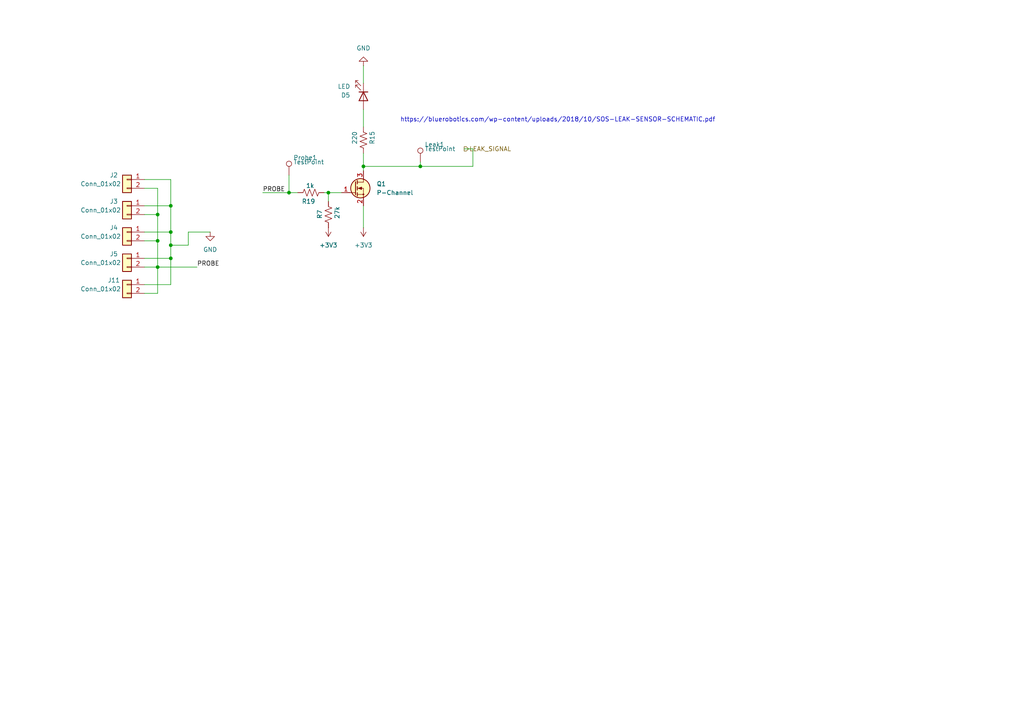
<source format=kicad_sch>
(kicad_sch
	(version 20250114)
	(generator "eeschema")
	(generator_version "9.0")
	(uuid "127822e7-fd70-4fb4-952a-2fa8fdde2438")
	(paper "A4")
	(lib_symbols
		(symbol "Connector:TestPoint"
			(pin_numbers
				(hide yes)
			)
			(pin_names
				(offset 0.762)
				(hide yes)
			)
			(exclude_from_sim no)
			(in_bom yes)
			(on_board yes)
			(property "Reference" "TP"
				(at 0 6.858 0)
				(effects
					(font
						(size 1.27 1.27)
					)
				)
			)
			(property "Value" "TestPoint"
				(at 0 5.08 0)
				(effects
					(font
						(size 1.27 1.27)
					)
				)
			)
			(property "Footprint" ""
				(at 5.08 0 0)
				(effects
					(font
						(size 1.27 1.27)
					)
					(hide yes)
				)
			)
			(property "Datasheet" "~"
				(at 5.08 0 0)
				(effects
					(font
						(size 1.27 1.27)
					)
					(hide yes)
				)
			)
			(property "Description" "test point"
				(at 0 0 0)
				(effects
					(font
						(size 1.27 1.27)
					)
					(hide yes)
				)
			)
			(property "ki_keywords" "test point tp"
				(at 0 0 0)
				(effects
					(font
						(size 1.27 1.27)
					)
					(hide yes)
				)
			)
			(property "ki_fp_filters" "Pin* Test*"
				(at 0 0 0)
				(effects
					(font
						(size 1.27 1.27)
					)
					(hide yes)
				)
			)
			(symbol "TestPoint_0_1"
				(circle
					(center 0 3.302)
					(radius 0.762)
					(stroke
						(width 0)
						(type default)
					)
					(fill
						(type none)
					)
				)
			)
			(symbol "TestPoint_1_1"
				(pin passive line
					(at 0 0 90)
					(length 2.54)
					(name "1"
						(effects
							(font
								(size 1.27 1.27)
							)
						)
					)
					(number "1"
						(effects
							(font
								(size 1.27 1.27)
							)
						)
					)
				)
			)
			(embedded_fonts no)
		)
		(symbol "Connector_Generic:Conn_01x02"
			(pin_names
				(offset 1.016)
				(hide yes)
			)
			(exclude_from_sim no)
			(in_bom yes)
			(on_board yes)
			(property "Reference" "J"
				(at 0 2.54 0)
				(effects
					(font
						(size 1.27 1.27)
					)
				)
			)
			(property "Value" "Conn_01x02"
				(at 0 -5.08 0)
				(effects
					(font
						(size 1.27 1.27)
					)
				)
			)
			(property "Footprint" ""
				(at 0 0 0)
				(effects
					(font
						(size 1.27 1.27)
					)
					(hide yes)
				)
			)
			(property "Datasheet" "~"
				(at 0 0 0)
				(effects
					(font
						(size 1.27 1.27)
					)
					(hide yes)
				)
			)
			(property "Description" "Generic connector, single row, 01x02, script generated (kicad-library-utils/schlib/autogen/connector/)"
				(at 0 0 0)
				(effects
					(font
						(size 1.27 1.27)
					)
					(hide yes)
				)
			)
			(property "ki_keywords" "connector"
				(at 0 0 0)
				(effects
					(font
						(size 1.27 1.27)
					)
					(hide yes)
				)
			)
			(property "ki_fp_filters" "Connector*:*_1x??_*"
				(at 0 0 0)
				(effects
					(font
						(size 1.27 1.27)
					)
					(hide yes)
				)
			)
			(symbol "Conn_01x02_1_1"
				(rectangle
					(start -1.27 1.27)
					(end 1.27 -3.81)
					(stroke
						(width 0.254)
						(type default)
					)
					(fill
						(type background)
					)
				)
				(rectangle
					(start -1.27 0.127)
					(end 0 -0.127)
					(stroke
						(width 0.1524)
						(type default)
					)
					(fill
						(type none)
					)
				)
				(rectangle
					(start -1.27 -2.413)
					(end 0 -2.667)
					(stroke
						(width 0.1524)
						(type default)
					)
					(fill
						(type none)
					)
				)
				(pin passive line
					(at -5.08 0 0)
					(length 3.81)
					(name "Pin_1"
						(effects
							(font
								(size 1.27 1.27)
							)
						)
					)
					(number "1"
						(effects
							(font
								(size 1.27 1.27)
							)
						)
					)
				)
				(pin passive line
					(at -5.08 -2.54 0)
					(length 3.81)
					(name "Pin_2"
						(effects
							(font
								(size 1.27 1.27)
							)
						)
					)
					(number "2"
						(effects
							(font
								(size 1.27 1.27)
							)
						)
					)
				)
			)
			(embedded_fonts no)
		)
		(symbol "Device:LED"
			(pin_numbers
				(hide yes)
			)
			(pin_names
				(offset 1.016)
				(hide yes)
			)
			(exclude_from_sim no)
			(in_bom yes)
			(on_board yes)
			(property "Reference" "D"
				(at 0 2.54 0)
				(effects
					(font
						(size 1.27 1.27)
					)
				)
			)
			(property "Value" "LED"
				(at 0 -2.54 0)
				(effects
					(font
						(size 1.27 1.27)
					)
				)
			)
			(property "Footprint" ""
				(at 0 0 0)
				(effects
					(font
						(size 1.27 1.27)
					)
					(hide yes)
				)
			)
			(property "Datasheet" "~"
				(at 0 0 0)
				(effects
					(font
						(size 1.27 1.27)
					)
					(hide yes)
				)
			)
			(property "Description" "Light emitting diode"
				(at 0 0 0)
				(effects
					(font
						(size 1.27 1.27)
					)
					(hide yes)
				)
			)
			(property "ki_keywords" "LED diode"
				(at 0 0 0)
				(effects
					(font
						(size 1.27 1.27)
					)
					(hide yes)
				)
			)
			(property "ki_fp_filters" "LED* LED_SMD:* LED_THT:*"
				(at 0 0 0)
				(effects
					(font
						(size 1.27 1.27)
					)
					(hide yes)
				)
			)
			(symbol "LED_0_1"
				(polyline
					(pts
						(xy -3.048 -0.762) (xy -4.572 -2.286) (xy -3.81 -2.286) (xy -4.572 -2.286) (xy -4.572 -1.524)
					)
					(stroke
						(width 0)
						(type default)
					)
					(fill
						(type none)
					)
				)
				(polyline
					(pts
						(xy -1.778 -0.762) (xy -3.302 -2.286) (xy -2.54 -2.286) (xy -3.302 -2.286) (xy -3.302 -1.524)
					)
					(stroke
						(width 0)
						(type default)
					)
					(fill
						(type none)
					)
				)
				(polyline
					(pts
						(xy -1.27 0) (xy 1.27 0)
					)
					(stroke
						(width 0)
						(type default)
					)
					(fill
						(type none)
					)
				)
				(polyline
					(pts
						(xy -1.27 -1.27) (xy -1.27 1.27)
					)
					(stroke
						(width 0.254)
						(type default)
					)
					(fill
						(type none)
					)
				)
				(polyline
					(pts
						(xy 1.27 -1.27) (xy 1.27 1.27) (xy -1.27 0) (xy 1.27 -1.27)
					)
					(stroke
						(width 0.254)
						(type default)
					)
					(fill
						(type none)
					)
				)
			)
			(symbol "LED_1_1"
				(pin passive line
					(at -3.81 0 0)
					(length 2.54)
					(name "K"
						(effects
							(font
								(size 1.27 1.27)
							)
						)
					)
					(number "1"
						(effects
							(font
								(size 1.27 1.27)
							)
						)
					)
				)
				(pin passive line
					(at 3.81 0 180)
					(length 2.54)
					(name "A"
						(effects
							(font
								(size 1.27 1.27)
							)
						)
					)
					(number "2"
						(effects
							(font
								(size 1.27 1.27)
							)
						)
					)
				)
			)
			(embedded_fonts no)
		)
		(symbol "Device:R_US"
			(pin_numbers
				(hide yes)
			)
			(pin_names
				(offset 0)
			)
			(exclude_from_sim no)
			(in_bom yes)
			(on_board yes)
			(property "Reference" "R"
				(at 2.54 0 90)
				(effects
					(font
						(size 1.27 1.27)
					)
				)
			)
			(property "Value" "R_US"
				(at -2.54 0 90)
				(effects
					(font
						(size 1.27 1.27)
					)
				)
			)
			(property "Footprint" ""
				(at 1.016 -0.254 90)
				(effects
					(font
						(size 1.27 1.27)
					)
					(hide yes)
				)
			)
			(property "Datasheet" "~"
				(at 0 0 0)
				(effects
					(font
						(size 1.27 1.27)
					)
					(hide yes)
				)
			)
			(property "Description" "Resistor, US symbol"
				(at 0 0 0)
				(effects
					(font
						(size 1.27 1.27)
					)
					(hide yes)
				)
			)
			(property "ki_keywords" "R res resistor"
				(at 0 0 0)
				(effects
					(font
						(size 1.27 1.27)
					)
					(hide yes)
				)
			)
			(property "ki_fp_filters" "R_*"
				(at 0 0 0)
				(effects
					(font
						(size 1.27 1.27)
					)
					(hide yes)
				)
			)
			(symbol "R_US_0_1"
				(polyline
					(pts
						(xy 0 2.286) (xy 0 2.54)
					)
					(stroke
						(width 0)
						(type default)
					)
					(fill
						(type none)
					)
				)
				(polyline
					(pts
						(xy 0 2.286) (xy 1.016 1.905) (xy 0 1.524) (xy -1.016 1.143) (xy 0 0.762)
					)
					(stroke
						(width 0)
						(type default)
					)
					(fill
						(type none)
					)
				)
				(polyline
					(pts
						(xy 0 0.762) (xy 1.016 0.381) (xy 0 0) (xy -1.016 -0.381) (xy 0 -0.762)
					)
					(stroke
						(width 0)
						(type default)
					)
					(fill
						(type none)
					)
				)
				(polyline
					(pts
						(xy 0 -0.762) (xy 1.016 -1.143) (xy 0 -1.524) (xy -1.016 -1.905) (xy 0 -2.286)
					)
					(stroke
						(width 0)
						(type default)
					)
					(fill
						(type none)
					)
				)
				(polyline
					(pts
						(xy 0 -2.286) (xy 0 -2.54)
					)
					(stroke
						(width 0)
						(type default)
					)
					(fill
						(type none)
					)
				)
			)
			(symbol "R_US_1_1"
				(pin passive line
					(at 0 3.81 270)
					(length 1.27)
					(name "~"
						(effects
							(font
								(size 1.27 1.27)
							)
						)
					)
					(number "1"
						(effects
							(font
								(size 1.27 1.27)
							)
						)
					)
				)
				(pin passive line
					(at 0 -3.81 90)
					(length 1.27)
					(name "~"
						(effects
							(font
								(size 1.27 1.27)
							)
						)
					)
					(number "2"
						(effects
							(font
								(size 1.27 1.27)
							)
						)
					)
				)
			)
			(embedded_fonts no)
		)
		(symbol "PCM_Transistor_MOSFET_AKL:2N7002H"
			(pin_names
				(hide yes)
			)
			(exclude_from_sim no)
			(in_bom yes)
			(on_board yes)
			(property "Reference" "Q"
				(at 5.08 1.27 0)
				(effects
					(font
						(size 1.27 1.27)
					)
					(justify left)
				)
			)
			(property "Value" "2N7002H"
				(at 5.08 -1.27 0)
				(effects
					(font
						(size 1.27 1.27)
					)
					(justify left)
				)
			)
			(property "Footprint" "PCM_Package_TO_SOT_SMD_AKL:SOT-23"
				(at 5.08 2.54 0)
				(effects
					(font
						(size 1.27 1.27)
					)
					(hide yes)
				)
			)
			(property "Datasheet" "https://www.tme.eu/Document/7a3fcf5b21e8aa609fe337da2560bbab/2N7002H.pdf"
				(at 0 0 0)
				(effects
					(font
						(size 1.27 1.27)
					)
					(hide yes)
				)
			)
			(property "Description" "SOT-23 N-MOSFET enchancement mode transistor, 60V, 210mA, 370mW, Alternate KiCAD Library"
				(at 0 0 0)
				(effects
					(font
						(size 1.27 1.27)
					)
					(hide yes)
				)
			)
			(property "ki_keywords" "enchancement mosfet nmosfet n-mosfet nmos n-mos emos emosfet 2N7002H"
				(at 0 0 0)
				(effects
					(font
						(size 1.27 1.27)
					)
					(hide yes)
				)
			)
			(symbol "2N7002H_0_1"
				(polyline
					(pts
						(xy 0.254 1.905) (xy 0.254 -1.905)
					)
					(stroke
						(width 0.254)
						(type default)
					)
					(fill
						(type none)
					)
				)
				(polyline
					(pts
						(xy 0.254 -1.27) (xy -2.54 -1.27)
					)
					(stroke
						(width 0)
						(type default)
					)
					(fill
						(type none)
					)
				)
				(polyline
					(pts
						(xy 0.762 2.286) (xy 0.762 1.27)
					)
					(stroke
						(width 0.254)
						(type default)
					)
					(fill
						(type none)
					)
				)
				(polyline
					(pts
						(xy 0.762 0.508) (xy 0.762 -0.508)
					)
					(stroke
						(width 0.254)
						(type default)
					)
					(fill
						(type none)
					)
				)
				(polyline
					(pts
						(xy 0.762 -1.27) (xy 0.762 -2.286)
					)
					(stroke
						(width 0.254)
						(type default)
					)
					(fill
						(type none)
					)
				)
				(polyline
					(pts
						(xy 0.762 -1.778) (xy 2.54 -1.778)
					)
					(stroke
						(width 0)
						(type default)
					)
					(fill
						(type none)
					)
				)
				(polyline
					(pts
						(xy 1.016 0) (xy 2.032 0.381) (xy 2.032 -0.381) (xy 1.016 0)
					)
					(stroke
						(width 0)
						(type default)
					)
					(fill
						(type outline)
					)
				)
				(circle
					(center 1.651 0)
					(radius 2.794)
					(stroke
						(width 0.254)
						(type default)
					)
					(fill
						(type background)
					)
				)
				(polyline
					(pts
						(xy 2.54 2.54) (xy 2.54 1.778)
					)
					(stroke
						(width 0)
						(type default)
					)
					(fill
						(type none)
					)
				)
				(polyline
					(pts
						(xy 2.54 1.778) (xy 0.762 1.778)
					)
					(stroke
						(width 0)
						(type default)
					)
					(fill
						(type none)
					)
				)
				(circle
					(center 2.54 -1.778)
					(radius 0.1778)
					(stroke
						(width 0)
						(type default)
					)
					(fill
						(type outline)
					)
				)
				(polyline
					(pts
						(xy 2.54 -2.54) (xy 2.54 0) (xy 0.762 0)
					)
					(stroke
						(width 0)
						(type default)
					)
					(fill
						(type none)
					)
				)
			)
			(symbol "2N7002H_1_1"
				(pin input line
					(at -3.81 -1.27 0)
					(length 2.54)
					(name "G"
						(effects
							(font
								(size 1.27 1.27)
							)
						)
					)
					(number "1"
						(effects
							(font
								(size 1.27 1.27)
							)
						)
					)
				)
				(pin passive line
					(at 2.54 5.08 270)
					(length 2.54)
					(name "D"
						(effects
							(font
								(size 1.27 1.27)
							)
						)
					)
					(number "3"
						(effects
							(font
								(size 1.27 1.27)
							)
						)
					)
				)
				(pin passive line
					(at 2.54 -5.08 90)
					(length 2.54)
					(name "S"
						(effects
							(font
								(size 1.27 1.27)
							)
						)
					)
					(number "2"
						(effects
							(font
								(size 1.27 1.27)
							)
						)
					)
				)
			)
			(embedded_fonts no)
		)
		(symbol "power:+3V3"
			(power)
			(pin_numbers
				(hide yes)
			)
			(pin_names
				(offset 0)
				(hide yes)
			)
			(exclude_from_sim no)
			(in_bom yes)
			(on_board yes)
			(property "Reference" "#PWR"
				(at 0 -3.81 0)
				(effects
					(font
						(size 1.27 1.27)
					)
					(hide yes)
				)
			)
			(property "Value" "+3V3"
				(at 0 3.556 0)
				(effects
					(font
						(size 1.27 1.27)
					)
				)
			)
			(property "Footprint" ""
				(at 0 0 0)
				(effects
					(font
						(size 1.27 1.27)
					)
					(hide yes)
				)
			)
			(property "Datasheet" ""
				(at 0 0 0)
				(effects
					(font
						(size 1.27 1.27)
					)
					(hide yes)
				)
			)
			(property "Description" "Power symbol creates a global label with name \"+3V3\""
				(at 0 0 0)
				(effects
					(font
						(size 1.27 1.27)
					)
					(hide yes)
				)
			)
			(property "ki_keywords" "global power"
				(at 0 0 0)
				(effects
					(font
						(size 1.27 1.27)
					)
					(hide yes)
				)
			)
			(symbol "+3V3_0_1"
				(polyline
					(pts
						(xy -0.762 1.27) (xy 0 2.54)
					)
					(stroke
						(width 0)
						(type default)
					)
					(fill
						(type none)
					)
				)
				(polyline
					(pts
						(xy 0 2.54) (xy 0.762 1.27)
					)
					(stroke
						(width 0)
						(type default)
					)
					(fill
						(type none)
					)
				)
				(polyline
					(pts
						(xy 0 0) (xy 0 2.54)
					)
					(stroke
						(width 0)
						(type default)
					)
					(fill
						(type none)
					)
				)
			)
			(symbol "+3V3_1_1"
				(pin power_in line
					(at 0 0 90)
					(length 0)
					(name "~"
						(effects
							(font
								(size 1.27 1.27)
							)
						)
					)
					(number "1"
						(effects
							(font
								(size 1.27 1.27)
							)
						)
					)
				)
			)
			(embedded_fonts no)
		)
		(symbol "power:GND"
			(power)
			(pin_numbers
				(hide yes)
			)
			(pin_names
				(offset 0)
				(hide yes)
			)
			(exclude_from_sim no)
			(in_bom yes)
			(on_board yes)
			(property "Reference" "#PWR"
				(at 0 -6.35 0)
				(effects
					(font
						(size 1.27 1.27)
					)
					(hide yes)
				)
			)
			(property "Value" "GND"
				(at 0 -3.81 0)
				(effects
					(font
						(size 1.27 1.27)
					)
				)
			)
			(property "Footprint" ""
				(at 0 0 0)
				(effects
					(font
						(size 1.27 1.27)
					)
					(hide yes)
				)
			)
			(property "Datasheet" ""
				(at 0 0 0)
				(effects
					(font
						(size 1.27 1.27)
					)
					(hide yes)
				)
			)
			(property "Description" "Power symbol creates a global label with name \"GND\" , ground"
				(at 0 0 0)
				(effects
					(font
						(size 1.27 1.27)
					)
					(hide yes)
				)
			)
			(property "ki_keywords" "global power"
				(at 0 0 0)
				(effects
					(font
						(size 1.27 1.27)
					)
					(hide yes)
				)
			)
			(symbol "GND_0_1"
				(polyline
					(pts
						(xy 0 0) (xy 0 -1.27) (xy 1.27 -1.27) (xy 0 -2.54) (xy -1.27 -1.27) (xy 0 -1.27)
					)
					(stroke
						(width 0)
						(type default)
					)
					(fill
						(type none)
					)
				)
			)
			(symbol "GND_1_1"
				(pin power_in line
					(at 0 0 270)
					(length 0)
					(name "~"
						(effects
							(font
								(size 1.27 1.27)
							)
						)
					)
					(number "1"
						(effects
							(font
								(size 1.27 1.27)
							)
						)
					)
				)
			)
			(embedded_fonts no)
		)
	)
	(text "https://bluerobotics.com/wp-content/uploads/2018/10/SOS-LEAK-SENSOR-SCHEMATIC.pdf"
		(exclude_from_sim no)
		(at 161.798 34.798 0)
		(effects
			(font
				(size 1.27 1.27)
			)
		)
		(uuid "3efec40d-6f98-41a1-bc1d-8e76ec505acc")
	)
	(junction
		(at 49.53 59.69)
		(diameter 0)
		(color 0 0 0 0)
		(uuid "253aaf8c-c3f7-41bd-8119-c00435d02b08")
	)
	(junction
		(at 105.41 48.26)
		(diameter 0)
		(color 0 0 0 0)
		(uuid "25a7d1c5-c356-4681-976d-6643996a8585")
	)
	(junction
		(at 83.82 55.88)
		(diameter 0)
		(color 0 0 0 0)
		(uuid "39c43bd9-98b8-4636-8d30-a1e2c821f391")
	)
	(junction
		(at 95.25 55.88)
		(diameter 0)
		(color 0 0 0 0)
		(uuid "4056b8a7-b4a8-4dea-a685-733a167bd076")
	)
	(junction
		(at 45.72 77.47)
		(diameter 0)
		(color 0 0 0 0)
		(uuid "6ae745da-80c6-4879-99f7-1b1927c61c9f")
	)
	(junction
		(at 45.72 69.85)
		(diameter 0)
		(color 0 0 0 0)
		(uuid "6cdd4b8a-b9ad-4e2a-a04e-18a63cdd8f45")
	)
	(junction
		(at 49.53 67.31)
		(diameter 0)
		(color 0 0 0 0)
		(uuid "6ff0f4cb-feca-411b-bee4-dc1b3a143177")
	)
	(junction
		(at 45.72 62.23)
		(diameter 0)
		(color 0 0 0 0)
		(uuid "8bbcf453-665d-40e8-a81e-e97f7b57527e")
	)
	(junction
		(at 49.53 74.93)
		(diameter 0)
		(color 0 0 0 0)
		(uuid "8e9340a4-ba4b-434b-97af-b43670ad79b2")
	)
	(junction
		(at 121.92 48.26)
		(diameter 0)
		(color 0 0 0 0)
		(uuid "9d3e46a0-4b9a-4ca2-a0d9-3fe8b12dc8e3")
	)
	(junction
		(at 49.53 71.12)
		(diameter 0)
		(color 0 0 0 0)
		(uuid "cf9a3d5a-31be-4516-97cb-43d17dd18c88")
	)
	(wire
		(pts
			(xy 41.91 54.61) (xy 45.72 54.61)
		)
		(stroke
			(width 0)
			(type default)
		)
		(uuid "01ee2008-653a-4df8-88ec-cf06f16651ea")
	)
	(wire
		(pts
			(xy 41.91 82.55) (xy 49.53 82.55)
		)
		(stroke
			(width 0)
			(type default)
		)
		(uuid "088a5a99-6419-4007-88c6-eb4c3032abcd")
	)
	(wire
		(pts
			(xy 41.91 69.85) (xy 45.72 69.85)
		)
		(stroke
			(width 0)
			(type default)
		)
		(uuid "1ceb874c-1800-4d6c-a12b-1c7e51897f46")
	)
	(wire
		(pts
			(xy 45.72 54.61) (xy 45.72 62.23)
		)
		(stroke
			(width 0)
			(type default)
		)
		(uuid "28b66683-6827-4999-b939-646a666f8fcd")
	)
	(wire
		(pts
			(xy 83.82 55.88) (xy 86.36 55.88)
		)
		(stroke
			(width 0)
			(type default)
		)
		(uuid "2b19e2ab-c8b9-4df9-aab7-1655940b7382")
	)
	(wire
		(pts
			(xy 49.53 82.55) (xy 49.53 74.93)
		)
		(stroke
			(width 0)
			(type default)
		)
		(uuid "2b605290-4df1-4af5-b05c-3b1f5a4cc744")
	)
	(wire
		(pts
			(xy 95.25 55.88) (xy 99.06 55.88)
		)
		(stroke
			(width 0)
			(type default)
		)
		(uuid "2e96c750-ae5e-4a16-829d-eed38981020c")
	)
	(wire
		(pts
			(xy 45.72 77.47) (xy 57.15 77.47)
		)
		(stroke
			(width 0)
			(type default)
		)
		(uuid "43d51cf7-e2ea-40d0-8779-a5d825cae443")
	)
	(wire
		(pts
			(xy 105.41 44.45) (xy 105.41 48.26)
		)
		(stroke
			(width 0)
			(type default)
		)
		(uuid "4c40d539-1e49-403b-852f-0ed284a497aa")
	)
	(wire
		(pts
			(xy 83.82 50.8) (xy 83.82 55.88)
		)
		(stroke
			(width 0)
			(type default)
		)
		(uuid "4cdc3f1d-3ae6-4c2d-aa97-5a7ff36f069e")
	)
	(wire
		(pts
			(xy 41.91 62.23) (xy 45.72 62.23)
		)
		(stroke
			(width 0)
			(type default)
		)
		(uuid "4ce6a01d-1df1-46e9-8246-894296ebc112")
	)
	(wire
		(pts
			(xy 49.53 67.31) (xy 49.53 71.12)
		)
		(stroke
			(width 0)
			(type default)
		)
		(uuid "4ddac269-35a1-44f9-bcdf-2f2671ba27a1")
	)
	(wire
		(pts
			(xy 93.98 55.88) (xy 95.25 55.88)
		)
		(stroke
			(width 0)
			(type default)
		)
		(uuid "5313374b-5afc-4e85-99aa-6b6b281570f3")
	)
	(wire
		(pts
			(xy 105.41 19.05) (xy 105.41 24.13)
		)
		(stroke
			(width 0)
			(type default)
		)
		(uuid "5332cd22-cb82-43cd-a996-fef2e7f00922")
	)
	(wire
		(pts
			(xy 49.53 52.07) (xy 49.53 59.69)
		)
		(stroke
			(width 0)
			(type default)
		)
		(uuid "57130cbf-6c75-4142-bdf5-10d6be67852b")
	)
	(wire
		(pts
			(xy 105.41 59.69) (xy 105.41 66.04)
		)
		(stroke
			(width 0)
			(type default)
		)
		(uuid "579136f7-01ac-460f-a021-578c3a1b50b8")
	)
	(wire
		(pts
			(xy 105.41 48.26) (xy 105.41 49.53)
		)
		(stroke
			(width 0)
			(type default)
		)
		(uuid "61cac598-14d4-46d9-a616-12c4ca65baf8")
	)
	(wire
		(pts
			(xy 49.53 59.69) (xy 49.53 67.31)
		)
		(stroke
			(width 0)
			(type default)
		)
		(uuid "62c33583-d8cd-4ba7-9a26-c91047db9a53")
	)
	(wire
		(pts
			(xy 45.72 69.85) (xy 45.72 77.47)
		)
		(stroke
			(width 0)
			(type default)
		)
		(uuid "69790f02-e28d-4d9c-bc95-ba1e9a2411b2")
	)
	(wire
		(pts
			(xy 76.2 55.88) (xy 83.82 55.88)
		)
		(stroke
			(width 0)
			(type default)
		)
		(uuid "6b3bda83-c9ce-4deb-9bc3-389e4e284da1")
	)
	(wire
		(pts
			(xy 134.62 43.18) (xy 137.16 43.18)
		)
		(stroke
			(width 0)
			(type default)
		)
		(uuid "6bbb7aba-668a-4a82-87ec-055ce4318f03")
	)
	(wire
		(pts
			(xy 49.53 71.12) (xy 54.61 71.12)
		)
		(stroke
			(width 0)
			(type default)
		)
		(uuid "727a9ebf-d162-4c3d-b770-54e8f4f04932")
	)
	(wire
		(pts
			(xy 41.91 52.07) (xy 49.53 52.07)
		)
		(stroke
			(width 0)
			(type default)
		)
		(uuid "76227198-b474-4b21-888a-06b39fa87669")
	)
	(wire
		(pts
			(xy 41.91 74.93) (xy 49.53 74.93)
		)
		(stroke
			(width 0)
			(type default)
		)
		(uuid "767262c2-0914-4b52-96ba-c351f61321d9")
	)
	(wire
		(pts
			(xy 105.41 48.26) (xy 121.92 48.26)
		)
		(stroke
			(width 0)
			(type default)
		)
		(uuid "84730a04-8fdc-4da4-b795-f5aae9331c63")
	)
	(wire
		(pts
			(xy 121.92 46.99) (xy 121.92 48.26)
		)
		(stroke
			(width 0)
			(type default)
		)
		(uuid "85df7d95-05b9-4ff4-8d13-70fac69e4846")
	)
	(wire
		(pts
			(xy 49.53 71.12) (xy 49.53 74.93)
		)
		(stroke
			(width 0)
			(type default)
		)
		(uuid "90882999-43ca-4f79-812b-072c93bc6ffc")
	)
	(wire
		(pts
			(xy 41.91 67.31) (xy 49.53 67.31)
		)
		(stroke
			(width 0)
			(type default)
		)
		(uuid "9acd4cb1-04fc-49b6-9182-999a2e893554")
	)
	(wire
		(pts
			(xy 41.91 77.47) (xy 45.72 77.47)
		)
		(stroke
			(width 0)
			(type default)
		)
		(uuid "a216387b-c222-4829-98f1-646daeecc4d7")
	)
	(wire
		(pts
			(xy 41.91 85.09) (xy 45.72 85.09)
		)
		(stroke
			(width 0)
			(type default)
		)
		(uuid "ab51d588-8205-4369-b883-21dabc3c1433")
	)
	(wire
		(pts
			(xy 54.61 67.31) (xy 60.96 67.31)
		)
		(stroke
			(width 0)
			(type default)
		)
		(uuid "b36a8f6e-655b-40bc-8f41-08fb1d7de7a7")
	)
	(wire
		(pts
			(xy 95.25 55.88) (xy 95.25 58.42)
		)
		(stroke
			(width 0)
			(type default)
		)
		(uuid "bfd83acc-af3f-4ea4-91bf-c05105993535")
	)
	(wire
		(pts
			(xy 45.72 62.23) (xy 45.72 69.85)
		)
		(stroke
			(width 0)
			(type default)
		)
		(uuid "d4bbe790-fa3e-4284-ae49-bfac700ea27b")
	)
	(wire
		(pts
			(xy 137.16 43.18) (xy 137.16 48.26)
		)
		(stroke
			(width 0)
			(type default)
		)
		(uuid "e05251cb-b9b9-41f4-b85a-4e66b3c75eb4")
	)
	(wire
		(pts
			(xy 41.91 59.69) (xy 49.53 59.69)
		)
		(stroke
			(width 0)
			(type default)
		)
		(uuid "e25bf10f-5a43-4992-9cd6-584bba6b1cbf")
	)
	(wire
		(pts
			(xy 137.16 48.26) (xy 121.92 48.26)
		)
		(stroke
			(width 0)
			(type default)
		)
		(uuid "e3c5f0c6-6bab-464c-84db-ffa21a34771d")
	)
	(wire
		(pts
			(xy 54.61 71.12) (xy 54.61 67.31)
		)
		(stroke
			(width 0)
			(type default)
		)
		(uuid "ef83cb23-8157-453b-8938-20a69daa95ed")
	)
	(wire
		(pts
			(xy 45.72 77.47) (xy 45.72 85.09)
		)
		(stroke
			(width 0)
			(type default)
		)
		(uuid "efd49f9d-3c56-4d23-a31b-8b2a61f2d1c2")
	)
	(wire
		(pts
			(xy 105.41 31.75) (xy 105.41 36.83)
		)
		(stroke
			(width 0)
			(type default)
		)
		(uuid "ffad469a-5bdd-4e05-aada-35898ecb8339")
	)
	(label "PROBE"
		(at 76.2 55.88 0)
		(effects
			(font
				(size 1.27 1.27)
			)
			(justify left bottom)
		)
		(uuid "6b694912-1ffe-4ef9-90c7-78ddb570b4b4")
	)
	(label "PROBE"
		(at 57.15 77.47 0)
		(effects
			(font
				(size 1.27 1.27)
			)
			(justify left bottom)
		)
		(uuid "76961165-7433-4a86-8a20-bb7b479366fe")
	)
	(hierarchical_label "LEAK_SIGNAL"
		(shape output)
		(at 134.62 43.18 0)
		(effects
			(font
				(size 1.27 1.27)
			)
			(justify left)
		)
		(uuid "70017390-6a21-44c8-a538-5026718f32d4")
	)
	(symbol
		(lib_id "Connector_Generic:Conn_01x02")
		(at 36.83 59.69 0)
		(mirror y)
		(unit 1)
		(exclude_from_sim no)
		(in_bom yes)
		(on_board yes)
		(dnp no)
		(uuid "0e2a970c-0a7b-4fe5-8117-07d9a3d08456")
		(property "Reference" "J6"
			(at 33.02 58.42 0)
			(effects
				(font
					(size 1.27 1.27)
				)
			)
		)
		(property "Value" "Conn_01x02"
			(at 29.21 60.96 0)
			(effects
				(font
					(size 1.27 1.27)
				)
			)
		)
		(property "Footprint" "Connector_PinHeader_1.27mm:PinHeader_1x02_P1.27mm_Vertical"
			(at 36.83 59.69 0)
			(effects
				(font
					(size 1.27 1.27)
				)
				(hide yes)
			)
		)
		(property "Datasheet" "~"
			(at 36.83 59.69 0)
			(effects
				(font
					(size 1.27 1.27)
				)
				(hide yes)
			)
		)
		(property "Description" "Generic connector, single row, 01x02, script generated (kicad-library-utils/schlib/autogen/connector/)"
			(at 36.83 59.69 0)
			(effects
				(font
					(size 1.27 1.27)
				)
				(hide yes)
			)
		)
		(pin "1"
			(uuid "25c858f8-205d-44a9-b99e-aebfb87ce544")
		)
		(pin "2"
			(uuid "5afa5df4-5d9f-4cf7-a36e-70abb31ef4cd")
		)
		(instances
			(project "leak sensor"
				(path "/127822e7-fd70-4fb4-952a-2fa8fdde2438"
					(reference "J3")
					(unit 1)
				)
			)
			(project "battery monitoring board"
				(path "/bf623d80-ca5a-491f-9daa-4dffbeba5279/7fa71be0-4e2c-431c-85f4-b0f15423b53d"
					(reference "J6")
					(unit 1)
				)
			)
		)
	)
	(symbol
		(lib_id "power:+3V3")
		(at 105.41 66.04 180)
		(unit 1)
		(exclude_from_sim no)
		(in_bom yes)
		(on_board yes)
		(dnp no)
		(fields_autoplaced yes)
		(uuid "2cdf6cf6-8494-4f1f-8576-137cc9da049e")
		(property "Reference" "#PWR029"
			(at 105.41 62.23 0)
			(effects
				(font
					(size 1.27 1.27)
				)
				(hide yes)
			)
		)
		(property "Value" "+3V3"
			(at 105.41 71.12 0)
			(effects
				(font
					(size 1.27 1.27)
				)
			)
		)
		(property "Footprint" ""
			(at 105.41 66.04 0)
			(effects
				(font
					(size 1.27 1.27)
				)
				(hide yes)
			)
		)
		(property "Datasheet" ""
			(at 105.41 66.04 0)
			(effects
				(font
					(size 1.27 1.27)
				)
				(hide yes)
			)
		)
		(property "Description" "Power symbol creates a global label with name \"+3V3\""
			(at 105.41 66.04 0)
			(effects
				(font
					(size 1.27 1.27)
				)
				(hide yes)
			)
		)
		(pin "1"
			(uuid "6e090451-b7aa-4f87-976c-154bd7f350d1")
		)
		(instances
			(project "battery monitoring board"
				(path "/bf623d80-ca5a-491f-9daa-4dffbeba5279/7fa71be0-4e2c-431c-85f4-b0f15423b53d"
					(reference "#PWR029")
					(unit 1)
				)
			)
		)
	)
	(symbol
		(lib_id "Connector_Generic:Conn_01x02")
		(at 36.83 74.93 0)
		(mirror y)
		(unit 1)
		(exclude_from_sim no)
		(in_bom yes)
		(on_board yes)
		(dnp no)
		(uuid "476fc973-84ee-4f56-83e7-0103f6cac551")
		(property "Reference" "J8"
			(at 33.02 73.66 0)
			(effects
				(font
					(size 1.27 1.27)
				)
			)
		)
		(property "Value" "Conn_01x02"
			(at 29.21 76.2 0)
			(effects
				(font
					(size 1.27 1.27)
				)
			)
		)
		(property "Footprint" "Connector_PinHeader_1.27mm:PinHeader_1x02_P1.27mm_Vertical"
			(at 36.83 74.93 0)
			(effects
				(font
					(size 1.27 1.27)
				)
				(hide yes)
			)
		)
		(property "Datasheet" "~"
			(at 36.83 74.93 0)
			(effects
				(font
					(size 1.27 1.27)
				)
				(hide yes)
			)
		)
		(property "Description" "Generic connector, single row, 01x02, script generated (kicad-library-utils/schlib/autogen/connector/)"
			(at 36.83 74.93 0)
			(effects
				(font
					(size 1.27 1.27)
				)
				(hide yes)
			)
		)
		(pin "1"
			(uuid "e94531d4-1091-4c75-adbd-07bdaddbe863")
		)
		(pin "2"
			(uuid "77d83d9b-1d07-43c4-8dd5-a6bb55667959")
		)
		(instances
			(project "leak sensor"
				(path "/127822e7-fd70-4fb4-952a-2fa8fdde2438"
					(reference "J5")
					(unit 1)
				)
			)
			(project "battery monitoring board"
				(path "/bf623d80-ca5a-491f-9daa-4dffbeba5279/7fa71be0-4e2c-431c-85f4-b0f15423b53d"
					(reference "J8")
					(unit 1)
				)
			)
		)
	)
	(symbol
		(lib_id "power:+3V3")
		(at 95.25 66.04 180)
		(unit 1)
		(exclude_from_sim no)
		(in_bom yes)
		(on_board yes)
		(dnp no)
		(fields_autoplaced yes)
		(uuid "664803df-a06f-4382-bedb-453bc0f95443")
		(property "Reference" "#PWR030"
			(at 95.25 62.23 0)
			(effects
				(font
					(size 1.27 1.27)
				)
				(hide yes)
			)
		)
		(property "Value" "+3V3"
			(at 95.25 71.12 0)
			(effects
				(font
					(size 1.27 1.27)
				)
			)
		)
		(property "Footprint" ""
			(at 95.25 66.04 0)
			(effects
				(font
					(size 1.27 1.27)
				)
				(hide yes)
			)
		)
		(property "Datasheet" ""
			(at 95.25 66.04 0)
			(effects
				(font
					(size 1.27 1.27)
				)
				(hide yes)
			)
		)
		(property "Description" "Power symbol creates a global label with name \"+3V3\""
			(at 95.25 66.04 0)
			(effects
				(font
					(size 1.27 1.27)
				)
				(hide yes)
			)
		)
		(pin "1"
			(uuid "d9895e2e-caa4-418d-bfcf-03ede041dd64")
		)
		(instances
			(project "battery monitoring board"
				(path "/bf623d80-ca5a-491f-9daa-4dffbeba5279/7fa71be0-4e2c-431c-85f4-b0f15423b53d"
					(reference "#PWR030")
					(unit 1)
				)
			)
		)
	)
	(symbol
		(lib_id "Connector:TestPoint")
		(at 121.92 46.99 0)
		(unit 1)
		(exclude_from_sim no)
		(in_bom yes)
		(on_board yes)
		(dnp no)
		(uuid "6fe2e11a-5bc5-4e2e-8589-43aa0d0f674c")
		(property "Reference" "Leak1"
			(at 123.1759 41.91 0)
			(effects
				(font
					(size 1.27 1.27)
				)
				(justify left)
			)
		)
		(property "Value" "TestPoint"
			(at 123.1759 43.18 0)
			(effects
				(font
					(size 1.27 1.27)
				)
				(justify left)
			)
		)
		(property "Footprint" "TestPoint:TestPoint_Pad_1.0x1.0mm"
			(at 127 46.99 0)
			(effects
				(font
					(size 1.27 1.27)
				)
				(hide yes)
			)
		)
		(property "Datasheet" "~"
			(at 127 46.99 0)
			(effects
				(font
					(size 1.27 1.27)
				)
				(hide yes)
			)
		)
		(property "Description" "test point"
			(at 121.92 46.99 0)
			(effects
				(font
					(size 1.27 1.27)
				)
				(hide yes)
			)
		)
		(pin "1"
			(uuid "8152a55e-3034-42d3-b0bb-a1e51643a141")
		)
		(instances
			(project "battery monitoring board"
				(path "/bf623d80-ca5a-491f-9daa-4dffbeba5279/7fa71be0-4e2c-431c-85f4-b0f15423b53d"
					(reference "Leak1")
					(unit 1)
				)
			)
		)
	)
	(symbol
		(lib_id "Device:R_US")
		(at 95.25 62.23 0)
		(unit 1)
		(exclude_from_sim no)
		(in_bom yes)
		(on_board yes)
		(dnp no)
		(uuid "734a0104-49b4-4fb1-9e60-5b90aa192eca")
		(property "Reference" "R13"
			(at 92.71 63.5 90)
			(effects
				(font
					(size 1.27 1.27)
				)
				(justify left)
			)
		)
		(property "Value" "27k"
			(at 97.79 63.5 90)
			(effects
				(font
					(size 1.27 1.27)
				)
				(justify left)
			)
		)
		(property "Footprint" "Resistor_SMD:R_0805_2012Metric_Pad1.20x1.40mm_HandSolder"
			(at 96.266 62.484 90)
			(effects
				(font
					(size 1.27 1.27)
				)
				(hide yes)
			)
		)
		(property "Datasheet" "~"
			(at 95.25 62.23 0)
			(effects
				(font
					(size 1.27 1.27)
				)
				(hide yes)
			)
		)
		(property "Description" "Resistor, US symbol"
			(at 95.25 62.23 0)
			(effects
				(font
					(size 1.27 1.27)
				)
				(hide yes)
			)
		)
		(pin "1"
			(uuid "6dc0d47c-dd1a-4649-8680-8f1192e1f90a")
		)
		(pin "2"
			(uuid "eaa03316-70e2-4770-9e3a-8d14c10eaef2")
		)
		(instances
			(project "leak sensor"
				(path "/127822e7-fd70-4fb4-952a-2fa8fdde2438"
					(reference "R7")
					(unit 1)
				)
			)
			(project "battery monitoring board"
				(path "/bf623d80-ca5a-491f-9daa-4dffbeba5279/7fa71be0-4e2c-431c-85f4-b0f15423b53d"
					(reference "R13")
					(unit 1)
				)
			)
		)
	)
	(symbol
		(lib_id "PCM_Transistor_MOSFET_AKL:2N7002H")
		(at 102.87 54.61 0)
		(unit 1)
		(exclude_from_sim no)
		(in_bom yes)
		(on_board yes)
		(dnp no)
		(fields_autoplaced yes)
		(uuid "75b66803-6869-44ef-9f81-53baaec3817d")
		(property "Reference" "Q1"
			(at 109.22 53.3399 0)
			(effects
				(font
					(size 1.27 1.27)
				)
				(justify left)
			)
		)
		(property "Value" "P-Channel"
			(at 109.22 55.8799 0)
			(effects
				(font
					(size 1.27 1.27)
				)
				(justify left)
			)
		)
		(property "Footprint" "PCM_Package_TO_SOT_SMD_AKL:SOT-23"
			(at 107.95 52.07 0)
			(effects
				(font
					(size 1.27 1.27)
				)
				(hide yes)
			)
		)
		(property "Datasheet" "https://www.tme.eu/Document/7a3fcf5b21e8aa609fe337da2560bbab/2N7002H.pdf"
			(at 102.87 54.61 0)
			(effects
				(font
					(size 1.27 1.27)
				)
				(hide yes)
			)
		)
		(property "Description" "SOT-23 N-MOSFET enchancement mode transistor, 60V, 210mA, 370mW, Alternate KiCAD Library"
			(at 102.87 54.61 0)
			(effects
				(font
					(size 1.27 1.27)
				)
				(hide yes)
			)
		)
		(pin "2"
			(uuid "f96a52f7-a6b5-4510-b27a-7e6090595ef6")
		)
		(pin "1"
			(uuid "7d8ac744-d324-4ad7-84a5-3b1ea3973d99")
		)
		(pin "3"
			(uuid "867381fe-d23a-486c-8ec6-46ab164307b9")
		)
		(instances
			(project ""
				(path "/bf623d80-ca5a-491f-9daa-4dffbeba5279/7fa71be0-4e2c-431c-85f4-b0f15423b53d"
					(reference "Q1")
					(unit 1)
				)
			)
		)
	)
	(symbol
		(lib_id "Connector:TestPoint")
		(at 83.82 50.8 0)
		(unit 1)
		(exclude_from_sim no)
		(in_bom yes)
		(on_board yes)
		(dnp no)
		(uuid "85c58ef3-8cd6-445a-9900-0bd514d2d7ca")
		(property "Reference" "Probe1"
			(at 85.0759 45.72 0)
			(effects
				(font
					(size 1.27 1.27)
				)
				(justify left)
			)
		)
		(property "Value" "TestPoint"
			(at 85.0759 46.99 0)
			(effects
				(font
					(size 1.27 1.27)
				)
				(justify left)
			)
		)
		(property "Footprint" "TestPoint:TestPoint_Pad_1.0x1.0mm"
			(at 88.9 50.8 0)
			(effects
				(font
					(size 1.27 1.27)
				)
				(hide yes)
			)
		)
		(property "Datasheet" "~"
			(at 88.9 50.8 0)
			(effects
				(font
					(size 1.27 1.27)
				)
				(hide yes)
			)
		)
		(property "Description" "test point"
			(at 83.82 50.8 0)
			(effects
				(font
					(size 1.27 1.27)
				)
				(hide yes)
			)
		)
		(pin "1"
			(uuid "1781fe4f-4224-47ec-a8e7-832736a107fa")
		)
		(instances
			(project "battery monitoring board"
				(path "/bf623d80-ca5a-491f-9daa-4dffbeba5279/7fa71be0-4e2c-431c-85f4-b0f15423b53d"
					(reference "Probe1")
					(unit 1)
				)
			)
		)
	)
	(symbol
		(lib_id "Device:R_US")
		(at 90.17 55.88 90)
		(unit 1)
		(exclude_from_sim no)
		(in_bom yes)
		(on_board yes)
		(dnp no)
		(uuid "8aa18d4c-0f65-4ff7-b0e1-2fc7140711bf")
		(property "Reference" "R19"
			(at 91.44 58.42 90)
			(effects
				(font
					(size 1.27 1.27)
				)
				(justify left)
			)
		)
		(property "Value" "1k"
			(at 91.186 53.848 90)
			(effects
				(font
					(size 1.27 1.27)
				)
				(justify left)
			)
		)
		(property "Footprint" "Resistor_SMD:R_0805_2012Metric_Pad1.20x1.40mm_HandSolder"
			(at 90.424 54.864 90)
			(effects
				(font
					(size 1.27 1.27)
				)
				(hide yes)
			)
		)
		(property "Datasheet" "~"
			(at 90.17 55.88 0)
			(effects
				(font
					(size 1.27 1.27)
				)
				(hide yes)
			)
		)
		(property "Description" "Resistor, US symbol"
			(at 90.17 55.88 0)
			(effects
				(font
					(size 1.27 1.27)
				)
				(hide yes)
			)
		)
		(pin "1"
			(uuid "4415db9a-99a8-4716-81ee-3e91962d6519")
		)
		(pin "2"
			(uuid "139d80cd-d7d1-47b3-8ce8-db1c1641bf76")
		)
		(instances
			(project "battery monitoring board"
				(path "/bf623d80-ca5a-491f-9daa-4dffbeba5279/7fa71be0-4e2c-431c-85f4-b0f15423b53d"
					(reference "R19")
					(unit 1)
				)
			)
		)
	)
	(symbol
		(lib_id "Device:R_US")
		(at 105.41 40.64 0)
		(unit 1)
		(exclude_from_sim no)
		(in_bom yes)
		(on_board yes)
		(dnp no)
		(uuid "8e868349-fa8c-4289-937c-96d7fcf3f40d")
		(property "Reference" "R15"
			(at 107.95 41.91 90)
			(effects
				(font
					(size 1.27 1.27)
				)
				(justify left)
			)
		)
		(property "Value" "220"
			(at 102.87 41.91 90)
			(effects
				(font
					(size 1.27 1.27)
				)
				(justify left)
			)
		)
		(property "Footprint" "Resistor_SMD:R_0805_2012Metric_Pad1.20x1.40mm_HandSolder"
			(at 106.426 40.894 90)
			(effects
				(font
					(size 1.27 1.27)
				)
				(hide yes)
			)
		)
		(property "Datasheet" "~"
			(at 105.41 40.64 0)
			(effects
				(font
					(size 1.27 1.27)
				)
				(hide yes)
			)
		)
		(property "Description" "Resistor, US symbol"
			(at 105.41 40.64 0)
			(effects
				(font
					(size 1.27 1.27)
				)
				(hide yes)
			)
		)
		(pin "1"
			(uuid "20750537-cf52-4c38-9b69-7835a8a51145")
		)
		(pin "2"
			(uuid "083f59fe-4168-4eba-93b8-e12d083990c3")
		)
		(instances
			(project "battery monitoring board"
				(path "/bf623d80-ca5a-491f-9daa-4dffbeba5279/7fa71be0-4e2c-431c-85f4-b0f15423b53d"
					(reference "R15")
					(unit 1)
				)
			)
		)
	)
	(symbol
		(lib_id "power:GND")
		(at 105.41 19.05 180)
		(unit 1)
		(exclude_from_sim no)
		(in_bom yes)
		(on_board yes)
		(dnp no)
		(fields_autoplaced yes)
		(uuid "b3619e74-5b1e-40e2-9f8b-adbad4c0b3f0")
		(property "Reference" "#PWR015"
			(at 105.41 12.7 0)
			(effects
				(font
					(size 1.27 1.27)
				)
				(hide yes)
			)
		)
		(property "Value" "GND"
			(at 105.41 13.97 0)
			(effects
				(font
					(size 1.27 1.27)
				)
			)
		)
		(property "Footprint" ""
			(at 105.41 19.05 0)
			(effects
				(font
					(size 1.27 1.27)
				)
				(hide yes)
			)
		)
		(property "Datasheet" ""
			(at 105.41 19.05 0)
			(effects
				(font
					(size 1.27 1.27)
				)
				(hide yes)
			)
		)
		(property "Description" "Power symbol creates a global label with name \"GND\" , ground"
			(at 105.41 19.05 0)
			(effects
				(font
					(size 1.27 1.27)
				)
				(hide yes)
			)
		)
		(pin "1"
			(uuid "2641ac42-2fcb-4047-9902-0c82e078f4ed")
		)
		(instances
			(project ""
				(path "/bf623d80-ca5a-491f-9daa-4dffbeba5279/7fa71be0-4e2c-431c-85f4-b0f15423b53d"
					(reference "#PWR015")
					(unit 1)
				)
			)
		)
	)
	(symbol
		(lib_id "Connector_Generic:Conn_01x02")
		(at 36.83 67.31 0)
		(mirror y)
		(unit 1)
		(exclude_from_sim no)
		(in_bom yes)
		(on_board yes)
		(dnp no)
		(uuid "ca20e0d2-4ad4-4704-8072-3ccd9cf32ef3")
		(property "Reference" "J7"
			(at 33.02 66.04 0)
			(effects
				(font
					(size 1.27 1.27)
				)
			)
		)
		(property "Value" "Conn_01x02"
			(at 29.21 68.58 0)
			(effects
				(font
					(size 1.27 1.27)
				)
			)
		)
		(property "Footprint" "Connector_PinHeader_1.27mm:PinHeader_1x02_P1.27mm_Vertical"
			(at 36.83 67.31 0)
			(effects
				(font
					(size 1.27 1.27)
				)
				(hide yes)
			)
		)
		(property "Datasheet" "~"
			(at 36.83 67.31 0)
			(effects
				(font
					(size 1.27 1.27)
				)
				(hide yes)
			)
		)
		(property "Description" "Generic connector, single row, 01x02, script generated (kicad-library-utils/schlib/autogen/connector/)"
			(at 36.83 67.31 0)
			(effects
				(font
					(size 1.27 1.27)
				)
				(hide yes)
			)
		)
		(pin "1"
			(uuid "7a7ccb09-9dff-4e6b-9f5f-a39a62b8e670")
		)
		(pin "2"
			(uuid "a5c92974-ba0d-4344-b7b5-1e54df75e4fe")
		)
		(instances
			(project "leak sensor"
				(path "/127822e7-fd70-4fb4-952a-2fa8fdde2438"
					(reference "J4")
					(unit 1)
				)
			)
			(project "battery monitoring board"
				(path "/bf623d80-ca5a-491f-9daa-4dffbeba5279/7fa71be0-4e2c-431c-85f4-b0f15423b53d"
					(reference "J7")
					(unit 1)
				)
			)
		)
	)
	(symbol
		(lib_id "power:GND")
		(at 60.96 67.31 0)
		(unit 1)
		(exclude_from_sim no)
		(in_bom yes)
		(on_board yes)
		(dnp no)
		(fields_autoplaced yes)
		(uuid "ce929812-2bb3-4a3f-ba06-34b47c78e5d3")
		(property "Reference" "#PWR038"
			(at 60.96 73.66 0)
			(effects
				(font
					(size 1.27 1.27)
				)
				(hide yes)
			)
		)
		(property "Value" "GND"
			(at 60.96 72.39 0)
			(effects
				(font
					(size 1.27 1.27)
				)
			)
		)
		(property "Footprint" ""
			(at 60.96 67.31 0)
			(effects
				(font
					(size 1.27 1.27)
				)
				(hide yes)
			)
		)
		(property "Datasheet" ""
			(at 60.96 67.31 0)
			(effects
				(font
					(size 1.27 1.27)
				)
				(hide yes)
			)
		)
		(property "Description" "Power symbol creates a global label with name \"GND\" , ground"
			(at 60.96 67.31 0)
			(effects
				(font
					(size 1.27 1.27)
				)
				(hide yes)
			)
		)
		(pin "1"
			(uuid "c282298d-4345-4e40-b875-0f2ad9ead9e3")
		)
		(instances
			(project "battery monitoring board"
				(path "/bf623d80-ca5a-491f-9daa-4dffbeba5279/7fa71be0-4e2c-431c-85f4-b0f15423b53d"
					(reference "#PWR038")
					(unit 1)
				)
			)
		)
	)
	(symbol
		(lib_id "Connector_Generic:Conn_01x02")
		(at 36.83 52.07 0)
		(mirror y)
		(unit 1)
		(exclude_from_sim no)
		(in_bom yes)
		(on_board yes)
		(dnp no)
		(uuid "cf25381f-ddde-4ed3-8acf-71ae268ae4a6")
		(property "Reference" "J5"
			(at 33.02 50.8 0)
			(effects
				(font
					(size 1.27 1.27)
				)
			)
		)
		(property "Value" "Conn_01x02"
			(at 29.21 53.34 0)
			(effects
				(font
					(size 1.27 1.27)
				)
			)
		)
		(property "Footprint" "Connector_PinHeader_1.27mm:PinHeader_1x02_P1.27mm_Vertical"
			(at 36.83 52.07 0)
			(effects
				(font
					(size 1.27 1.27)
				)
				(hide yes)
			)
		)
		(property "Datasheet" "~"
			(at 36.83 52.07 0)
			(effects
				(font
					(size 1.27 1.27)
				)
				(hide yes)
			)
		)
		(property "Description" "Generic connector, single row, 01x02, script generated (kicad-library-utils/schlib/autogen/connector/)"
			(at 36.83 52.07 0)
			(effects
				(font
					(size 1.27 1.27)
				)
				(hide yes)
			)
		)
		(pin "1"
			(uuid "477254d1-e142-446e-b7f6-ce8f0a04e8dc")
		)
		(pin "2"
			(uuid "1ca9608d-3288-4b54-8522-4c1d570e0a9b")
		)
		(instances
			(project "leak sensor"
				(path "/127822e7-fd70-4fb4-952a-2fa8fdde2438"
					(reference "J2")
					(unit 1)
				)
			)
			(project "battery monitoring board"
				(path "/bf623d80-ca5a-491f-9daa-4dffbeba5279/7fa71be0-4e2c-431c-85f4-b0f15423b53d"
					(reference "J5")
					(unit 1)
				)
			)
		)
	)
	(symbol
		(lib_id "Device:LED")
		(at 105.41 27.94 270)
		(unit 1)
		(exclude_from_sim no)
		(in_bom yes)
		(on_board yes)
		(dnp no)
		(uuid "d5535821-f3da-46a4-9af4-14e7b4d4c977")
		(property "Reference" "D5"
			(at 101.6 27.6225 90)
			(effects
				(font
					(size 1.27 1.27)
				)
				(justify right)
			)
		)
		(property "Value" "LED"
			(at 101.6 25.0825 90)
			(effects
				(font
					(size 1.27 1.27)
				)
				(justify right)
			)
		)
		(property "Footprint" "Diode_SMD:D_0805_2012Metric_Pad1.15x1.40mm_HandSolder"
			(at 105.41 27.94 0)
			(effects
				(font
					(size 1.27 1.27)
				)
				(hide yes)
			)
		)
		(property "Datasheet" "~"
			(at 105.41 27.94 0)
			(effects
				(font
					(size 1.27 1.27)
				)
				(hide yes)
			)
		)
		(property "Description" "Light emitting diode"
			(at 105.41 27.94 0)
			(effects
				(font
					(size 1.27 1.27)
				)
				(hide yes)
			)
		)
		(pin "1"
			(uuid "691b8754-fa25-47f4-9e25-706e44dff1f8")
		)
		(pin "2"
			(uuid "1af64c8a-7ed8-4aff-abae-a4dcab0a9aaf")
		)
		(instances
			(project "battery monitoring board"
				(path "/bf623d80-ca5a-491f-9daa-4dffbeba5279/7fa71be0-4e2c-431c-85f4-b0f15423b53d"
					(reference "D5")
					(unit 1)
				)
			)
		)
	)
	(symbol
		(lib_id "Connector_Generic:Conn_01x02")
		(at 36.83 82.55 0)
		(mirror y)
		(unit 1)
		(exclude_from_sim no)
		(in_bom yes)
		(on_board yes)
		(dnp no)
		(uuid "f0bfbc1a-3fc4-4a0a-9125-44c50936362d")
		(property "Reference" "J11"
			(at 33.02 81.28 0)
			(effects
				(font
					(size 1.27 1.27)
				)
			)
		)
		(property "Value" "Conn_01x02"
			(at 29.21 83.82 0)
			(effects
				(font
					(size 1.27 1.27)
				)
			)
		)
		(property "Footprint" "Connector_PinHeader_1.27mm:PinHeader_1x02_P1.27mm_Vertical"
			(at 36.83 82.55 0)
			(effects
				(font
					(size 1.27 1.27)
				)
				(hide yes)
			)
		)
		(property "Datasheet" "~"
			(at 36.83 82.55 0)
			(effects
				(font
					(size 1.27 1.27)
				)
				(hide yes)
			)
		)
		(property "Description" "Generic connector, single row, 01x02, script generated (kicad-library-utils/schlib/autogen/connector/)"
			(at 36.83 82.55 0)
			(effects
				(font
					(size 1.27 1.27)
				)
				(hide yes)
			)
		)
		(pin "1"
			(uuid "2269ca3f-53a5-45d7-88ca-f3cd4e3fb039")
		)
		(pin "2"
			(uuid "ed3b2c50-7401-4954-ad14-08113f012d8e")
		)
		(instances
			(project "battery monitoring board"
				(path "/bf623d80-ca5a-491f-9daa-4dffbeba5279/7fa71be0-4e2c-431c-85f4-b0f15423b53d"
					(reference "J11")
					(unit 1)
				)
			)
		)
	)
	(sheet_instances
		(path "/"
			(page "1")
		)
	)
	(embedded_fonts no)
)

</source>
